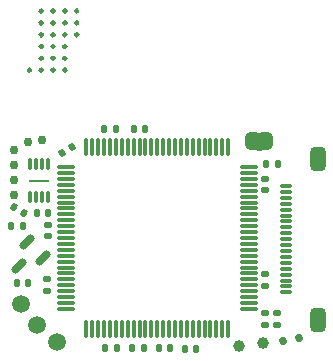
<source format=gbr>
%TF.GenerationSoftware,KiCad,Pcbnew,8.99.0-344-gfbc433deaa*%
%TF.CreationDate,2024-03-16T14:02:09-04:00*%
%TF.ProjectId,fujiflex,66756a69-666c-4657-982e-6b696361645f,rev?*%
%TF.SameCoordinates,Original*%
%TF.FileFunction,Soldermask,Top*%
%TF.FilePolarity,Negative*%
%FSLAX46Y46*%
G04 Gerber Fmt 4.6, Leading zero omitted, Abs format (unit mm)*
G04 Created by KiCad (PCBNEW 8.99.0-344-gfbc433deaa) date 2024-03-16 14:02:09*
%MOMM*%
%LPD*%
G01*
G04 APERTURE LIST*
G04 Aperture macros list*
%AMRoundRect*
0 Rectangle with rounded corners*
0 $1 Rounding radius*
0 $2 $3 $4 $5 $6 $7 $8 $9 X,Y pos of 4 corners*
0 Add a 4 corners polygon primitive as box body*
4,1,4,$2,$3,$4,$5,$6,$7,$8,$9,$2,$3,0*
0 Add four circle primitives for the rounded corners*
1,1,$1+$1,$2,$3*
1,1,$1+$1,$4,$5*
1,1,$1+$1,$6,$7*
1,1,$1+$1,$8,$9*
0 Add four rect primitives between the rounded corners*
20,1,$1+$1,$2,$3,$4,$5,0*
20,1,$1+$1,$4,$5,$6,$7,0*
20,1,$1+$1,$6,$7,$8,$9,0*
20,1,$1+$1,$8,$9,$2,$3,0*%
%AMFreePoly0*
4,1,19,0.500000,-0.750000,0.000000,-0.750000,0.000000,-0.744911,-0.071157,-0.744911,-0.207708,-0.704816,-0.327430,-0.627875,-0.420627,-0.520320,-0.479746,-0.390866,-0.500000,-0.250000,-0.500000,0.250000,-0.479746,0.390866,-0.420627,0.520320,-0.327430,0.627875,-0.207708,0.704816,-0.071157,0.744911,0.000000,0.744911,0.000000,0.750000,0.500000,0.750000,0.500000,-0.750000,0.500000,-0.750000,
$1*%
%AMFreePoly1*
4,1,19,0.000000,0.744911,0.071157,0.744911,0.207708,0.704816,0.327430,0.627875,0.420627,0.520320,0.479746,0.390866,0.500000,0.250000,0.500000,-0.250000,0.479746,-0.390866,0.420627,-0.520320,0.327430,-0.627875,0.207708,-0.704816,0.071157,-0.744911,0.000000,-0.744911,0.000000,-0.750000,-0.500000,-0.750000,-0.500000,0.750000,0.000000,0.750000,0.000000,0.744911,0.000000,0.744911,
$1*%
G04 Aperture macros list end*
%ADD10C,0.259000*%
%ADD11C,0.010000*%
%ADD12C,0.750000*%
%ADD13RoundRect,0.140000X0.140000X0.170000X-0.140000X0.170000X-0.140000X-0.170000X0.140000X-0.170000X0*%
%ADD14RoundRect,0.120000X-0.030000X-0.617500X0.030000X-0.617500X0.030000X0.617500X-0.030000X0.617500X0*%
%ADD15RoundRect,0.120000X-0.617500X0.030000X-0.617500X-0.030000X0.617500X-0.030000X0.617500X0.030000X0*%
%ADD16RoundRect,0.150000X-0.112992X-0.223009X0.182451X-0.170914X0.112992X0.223009X-0.182451X0.170914X0*%
%ADD17RoundRect,0.140000X0.170000X-0.140000X0.170000X0.140000X-0.170000X0.140000X-0.170000X-0.140000X0*%
%ADD18RoundRect,0.135000X0.135000X0.185000X-0.135000X0.185000X-0.135000X-0.185000X0.135000X-0.185000X0*%
%ADD19RoundRect,0.135000X0.024413X0.227715X-0.209413X0.092715X-0.024413X-0.227715X0.209413X-0.092715X0*%
%ADD20RoundRect,0.150000X0.309359X0.521491X-0.521491X-0.309359X-0.309359X-0.521491X0.521491X0.309359X0*%
%ADD21RoundRect,0.140000X-0.140000X-0.170000X0.140000X-0.170000X0.140000X0.170000X-0.140000X0.170000X0*%
%ADD22C,1.000000*%
%ADD23RoundRect,0.140000X-0.170000X0.140000X-0.170000X-0.140000X0.170000X-0.140000X0.170000X0.140000X0*%
%ADD24RoundRect,0.090000X-0.060000X-0.385000X0.060000X-0.385000X0.060000X0.385000X-0.060000X0.385000X0*%
%ADD25RoundRect,0.075000X-0.750000X0.050000X-0.750000X-0.050000X0.750000X-0.050000X0.750000X0.050000X0*%
%ADD26FreePoly0,0.000000*%
%ADD27FreePoly1,0.000000*%
%ADD28C,1.500000*%
%ADD29RoundRect,0.135000X0.185000X-0.135000X0.185000X0.135000X-0.185000X0.135000X-0.185000X-0.135000X0*%
%ADD30RoundRect,0.135000X-0.209413X-0.092715X0.024413X-0.227715X0.209413X0.092715X-0.024413X0.227715X0*%
%ADD31RoundRect,0.075000X0.425000X-0.075000X0.425000X0.075000X-0.425000X0.075000X-0.425000X-0.075000X0*%
%ADD32RoundRect,0.325000X0.325000X0.675000X-0.325000X0.675000X-0.325000X-0.675000X0.325000X-0.675000X0*%
%ADD33RoundRect,0.135000X-0.135000X-0.185000X0.135000X-0.185000X0.135000X0.185000X-0.135000X0.185000X0*%
G04 APERTURE END LIST*
D10*
X135349500Y-83538700D02*
G75*
G02*
X135090500Y-83538700I-129500J0D01*
G01*
X135090500Y-83538700D02*
G75*
G02*
X135349500Y-83538700I129500J0D01*
G01*
X134349500Y-83538700D02*
G75*
G02*
X134090500Y-83538700I-129500J0D01*
G01*
X134090500Y-83538700D02*
G75*
G02*
X134349500Y-83538700I129500J0D01*
G01*
X136349500Y-84538700D02*
G75*
G02*
X136090500Y-84538700I-129500J0D01*
G01*
X136090500Y-84538700D02*
G75*
G02*
X136349500Y-84538700I129500J0D01*
G01*
X136349500Y-86538700D02*
G75*
G02*
X136090500Y-86538700I-129500J0D01*
G01*
X136090500Y-86538700D02*
G75*
G02*
X136349500Y-86538700I129500J0D01*
G01*
X135349500Y-87538700D02*
G75*
G02*
X135090500Y-87538700I-129500J0D01*
G01*
X135090500Y-87538700D02*
G75*
G02*
X135349500Y-87538700I129500J0D01*
G01*
X135349500Y-85538700D02*
G75*
G02*
X135090500Y-85538700I-129500J0D01*
G01*
X135090500Y-85538700D02*
G75*
G02*
X135349500Y-85538700I129500J0D01*
G01*
X136349500Y-87538700D02*
G75*
G02*
X136090500Y-87538700I-129500J0D01*
G01*
X136090500Y-87538700D02*
G75*
G02*
X136349500Y-87538700I129500J0D01*
G01*
D11*
X152525000Y-92825000D02*
X152825000Y-92825000D01*
X152825000Y-94325000D01*
X152525000Y-94325000D01*
X152525000Y-92825000D01*
G36*
X152525000Y-92825000D02*
G01*
X152825000Y-92825000D01*
X152825000Y-94325000D01*
X152525000Y-94325000D01*
X152525000Y-92825000D01*
G37*
D10*
X134349500Y-82538700D02*
G75*
G02*
X134090500Y-82538700I-129500J0D01*
G01*
X134090500Y-82538700D02*
G75*
G02*
X134349500Y-82538700I129500J0D01*
G01*
X134349500Y-86538700D02*
G75*
G02*
X134090500Y-86538700I-129500J0D01*
G01*
X134090500Y-86538700D02*
G75*
G02*
X134349500Y-86538700I129500J0D01*
G01*
X136349500Y-82538700D02*
G75*
G02*
X136090500Y-82538700I-129500J0D01*
G01*
X136090500Y-82538700D02*
G75*
G02*
X136349500Y-82538700I129500J0D01*
G01*
X133349500Y-87538700D02*
G75*
G02*
X133090500Y-87538700I-129500J0D01*
G01*
X133090500Y-87538700D02*
G75*
G02*
X133349500Y-87538700I129500J0D01*
G01*
X134349500Y-84538700D02*
G75*
G02*
X134090500Y-84538700I-129500J0D01*
G01*
X134090500Y-84538700D02*
G75*
G02*
X134349500Y-84538700I129500J0D01*
G01*
X135349500Y-82538700D02*
G75*
G02*
X135090500Y-82538700I-129500J0D01*
G01*
X135090500Y-82538700D02*
G75*
G02*
X135349500Y-82538700I129500J0D01*
G01*
X135349500Y-84538700D02*
G75*
G02*
X135090500Y-84538700I-129500J0D01*
G01*
X135090500Y-84538700D02*
G75*
G02*
X135349500Y-84538700I129500J0D01*
G01*
X136349500Y-83538700D02*
G75*
G02*
X136090500Y-83538700I-129500J0D01*
G01*
X136090500Y-83538700D02*
G75*
G02*
X136349500Y-83538700I129500J0D01*
G01*
X134349500Y-85538700D02*
G75*
G02*
X134090500Y-85538700I-129500J0D01*
G01*
X134090500Y-85538700D02*
G75*
G02*
X134349500Y-85538700I129500J0D01*
G01*
X136349500Y-85538700D02*
G75*
G02*
X136090500Y-85538700I-129500J0D01*
G01*
X136090500Y-85538700D02*
G75*
G02*
X136349500Y-85538700I129500J0D01*
G01*
X134349500Y-87538700D02*
G75*
G02*
X134090500Y-87538700I-129500J0D01*
G01*
X134090500Y-87538700D02*
G75*
G02*
X134349500Y-87538700I129500J0D01*
G01*
X137349500Y-84538700D02*
G75*
G02*
X137090500Y-84538700I-129500J0D01*
G01*
X137090500Y-84538700D02*
G75*
G02*
X137349500Y-84538700I129500J0D01*
G01*
X137349500Y-83538700D02*
G75*
G02*
X137090500Y-83538700I-129500J0D01*
G01*
X137090500Y-83538700D02*
G75*
G02*
X137349500Y-83538700I129500J0D01*
G01*
X135349500Y-86538700D02*
G75*
G02*
X135090500Y-86538700I-129500J0D01*
G01*
X135090500Y-86538700D02*
G75*
G02*
X135349500Y-86538700I129500J0D01*
G01*
X137349500Y-82538700D02*
G75*
G02*
X137090500Y-82538700I-129500J0D01*
G01*
X137090500Y-82538700D02*
G75*
G02*
X137349500Y-82538700I129500J0D01*
G01*
D12*
%TO.C,TP11*%
X133102312Y-93638242D03*
%TD*%
D13*
%TO.C,C2*%
X132644541Y-100721964D03*
X131684541Y-100721964D03*
%TD*%
D14*
%TO.C,U1*%
X150050000Y-94012000D03*
X149550000Y-94012000D03*
X149050000Y-94012000D03*
X148550000Y-94012000D03*
X148050000Y-94012000D03*
X147550000Y-94012000D03*
X147050000Y-94012000D03*
X146550000Y-94012000D03*
X146050000Y-94012000D03*
X145550000Y-94012000D03*
X145050000Y-94012000D03*
X144550000Y-94012000D03*
X144050000Y-94012000D03*
X143550000Y-94012000D03*
X143050000Y-94012000D03*
X142550000Y-94012000D03*
X142050000Y-94012000D03*
X141550000Y-94012000D03*
X141050000Y-94012000D03*
X140550000Y-94012000D03*
X140050000Y-94012000D03*
X139550000Y-94012000D03*
X139050000Y-94012000D03*
X138550000Y-94012000D03*
X138050000Y-94012000D03*
D15*
X136312000Y-95750000D03*
X136312000Y-96250000D03*
X136312000Y-96750000D03*
X136312000Y-97250000D03*
X136312000Y-97750000D03*
X136312000Y-98250000D03*
X136312000Y-98750000D03*
X136312000Y-99250000D03*
X136312000Y-99750000D03*
X136312000Y-100250000D03*
X136312000Y-100750000D03*
X136312000Y-101250000D03*
X136312000Y-101750000D03*
X136312000Y-102250000D03*
X136312000Y-102750000D03*
X136312000Y-103250000D03*
X136312000Y-103750000D03*
X136312000Y-104250000D03*
X136312000Y-104750000D03*
X136312000Y-105250000D03*
X136312000Y-105750000D03*
X136312000Y-106250000D03*
X136312000Y-106750000D03*
X136312000Y-107250000D03*
X136312000Y-107750000D03*
D14*
X138050000Y-109488000D03*
X138550000Y-109488000D03*
X139050000Y-109488000D03*
X139550000Y-109488000D03*
X140050000Y-109488000D03*
X140550000Y-109488000D03*
X141050000Y-109488000D03*
X141550000Y-109488000D03*
X142050000Y-109488000D03*
X142550000Y-109488000D03*
X143050000Y-109488000D03*
X143550000Y-109488000D03*
X144050000Y-109488000D03*
X144550000Y-109488000D03*
X145050000Y-109488000D03*
X145550000Y-109488000D03*
X146050000Y-109488000D03*
X146550000Y-109488000D03*
X147050000Y-109488000D03*
X147550000Y-109488000D03*
X148050000Y-109488000D03*
X148550000Y-109488000D03*
X149050000Y-109488000D03*
X149550000Y-109488000D03*
X150050000Y-109488000D03*
D15*
X151788000Y-107750000D03*
X151788000Y-107250000D03*
X151788000Y-106750000D03*
X151788000Y-106250000D03*
X151788000Y-105750000D03*
X151788000Y-105250000D03*
X151788000Y-104750000D03*
X151788000Y-104250000D03*
X151788000Y-103750000D03*
X151788000Y-103250000D03*
X151788000Y-102750000D03*
X151788000Y-102250000D03*
X151788000Y-101750000D03*
X151788000Y-101250000D03*
X151788000Y-100750000D03*
X151788000Y-100250000D03*
X151788000Y-99750000D03*
X151788000Y-99250000D03*
X151788000Y-98750000D03*
X151788000Y-98250000D03*
X151788000Y-97750000D03*
X151788000Y-97250000D03*
X151788000Y-96750000D03*
X151788000Y-96250000D03*
X151788000Y-95750000D03*
%TD*%
D16*
%TO.C,D1*%
X156046882Y-110203446D03*
X154668150Y-110446554D03*
%TD*%
D17*
%TO.C,C9*%
X153206300Y-97703700D03*
X153206300Y-96743700D03*
%TD*%
D13*
%TO.C,C3*%
X145115000Y-111085000D03*
X144155000Y-111085000D03*
%TD*%
D12*
%TO.C,TP9*%
X131944004Y-98074994D03*
%TD*%
%TO.C,TP10*%
X134325000Y-93425000D03*
%TD*%
D18*
%TO.C,R4*%
X154265000Y-95495000D03*
X153245000Y-95495000D03*
%TD*%
D19*
%TO.C,R5*%
X136842342Y-94014738D03*
X135958996Y-94524738D03*
%TD*%
D20*
%TO.C,U3*%
X134379664Y-103433839D03*
X133036161Y-102090336D03*
X132382087Y-104087913D03*
%TD*%
D21*
%TO.C,C1*%
X132155000Y-105585000D03*
X133115000Y-105585000D03*
%TD*%
D17*
%TO.C,C6*%
X134835000Y-101575000D03*
X134835000Y-100615000D03*
%TD*%
D22*
%TO.C,TP4*%
X150925000Y-110925000D03*
%TD*%
%TO.C,TP5*%
X153035000Y-110675000D03*
%TD*%
D21*
%TO.C,C5*%
X142055000Y-92525000D03*
X143015000Y-92525000D03*
%TD*%
D23*
%TO.C,C4*%
X153191807Y-104812810D03*
X153191807Y-105772810D03*
%TD*%
D24*
%TO.C,U2*%
X134754134Y-95486698D03*
X134254134Y-95486698D03*
X133754134Y-95486698D03*
X133254134Y-95486698D03*
X133254134Y-98286698D03*
X133754134Y-98286698D03*
X134254134Y-98286698D03*
X134754134Y-98286698D03*
D25*
X134004134Y-96886698D03*
%TD*%
D12*
%TO.C,TP8*%
X131944004Y-95574165D03*
%TD*%
D21*
%TO.C,C8*%
X139556300Y-92523700D03*
X140516300Y-92523700D03*
%TD*%
D12*
%TO.C,TP7*%
X131944004Y-96816179D03*
%TD*%
D23*
%TO.C,C10*%
X134690014Y-105239753D03*
X134690014Y-106199753D03*
%TD*%
D26*
%TO.C,JP1*%
X152025000Y-93575000D03*
D27*
X153325000Y-93575000D03*
%TD*%
D21*
%TO.C,C12*%
X133869537Y-99597334D03*
X134829537Y-99597334D03*
%TD*%
%TO.C,C7*%
X146386300Y-111123700D03*
X147346300Y-111123700D03*
%TD*%
D12*
%TO.C,TP6*%
X131944004Y-94310938D03*
%TD*%
D28*
%TO.C,TP2*%
X132488415Y-107362188D03*
%TD*%
%TO.C,TP1*%
X133875000Y-109075000D03*
%TD*%
D29*
%TO.C,R1*%
X154155000Y-109105000D03*
X154155000Y-108085000D03*
%TD*%
%TO.C,R2*%
X153155000Y-109105000D03*
X153155000Y-108085000D03*
%TD*%
D18*
%TO.C,R3*%
X140645148Y-111081628D03*
X139625148Y-111081628D03*
%TD*%
D28*
%TO.C,TP3*%
X135575000Y-110575000D03*
%TD*%
D30*
%TO.C,R6*%
X131879303Y-99126166D03*
X132762647Y-99636166D03*
%TD*%
D31*
%TO.C,J1*%
X154950000Y-106350000D03*
X154950000Y-105850000D03*
X154950000Y-105350000D03*
X154950000Y-104850000D03*
X154950000Y-104350000D03*
X154950000Y-103850000D03*
X154950000Y-103350000D03*
X154950000Y-102850000D03*
X154950000Y-102350000D03*
X154950000Y-101850000D03*
X154950000Y-101350000D03*
X154950000Y-100850000D03*
X154950000Y-100350000D03*
X154950000Y-99850000D03*
X154950000Y-99350000D03*
X154950000Y-98850000D03*
X154950000Y-98350000D03*
X154950000Y-97850000D03*
X154950000Y-97350000D03*
D32*
X157650000Y-108650000D03*
X157650000Y-95050000D03*
%TD*%
D33*
%TO.C,R7*%
X141945000Y-111095000D03*
X142965000Y-111095000D03*
%TD*%
M02*

</source>
